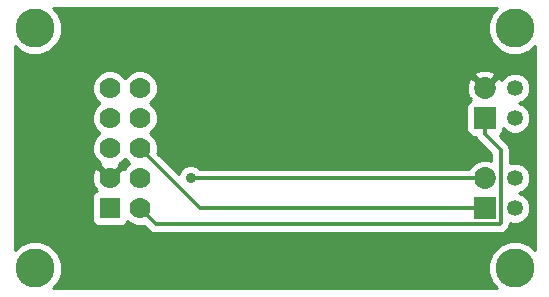
<source format=gbl>
G04 (created by PCBNEW-RS274X (2011-07-19)-testing) date Tue 10 Jan 2012 02:34:43 PM PST*
G01*
G70*
G90*
%MOIN*%
G04 Gerber Fmt 3.4, Leading zero omitted, Abs format*
%FSLAX34Y34*%
G04 APERTURE LIST*
%ADD10C,0.006000*%
%ADD11C,0.130000*%
%ADD12C,0.073000*%
%ADD13R,0.073000X0.073000*%
%ADD14C,0.053000*%
%ADD15R,0.070000X0.070000*%
%ADD16C,0.070000*%
%ADD17C,0.035000*%
%ADD18C,0.012000*%
%ADD19C,0.010000*%
G04 APERTURE END LIST*
G54D10*
G54D11*
X67000Y-21000D03*
X51000Y-21000D03*
X67000Y-29000D03*
X51000Y-29000D03*
G54D12*
X66000Y-23000D03*
G54D13*
X66000Y-24000D03*
G54D14*
X67000Y-24000D03*
X67000Y-23000D03*
G54D12*
X66000Y-26000D03*
G54D13*
X66000Y-27000D03*
G54D14*
X67000Y-27000D03*
X67000Y-26000D03*
G54D15*
X53500Y-27000D03*
G54D16*
X54500Y-27000D03*
X53500Y-26000D03*
X54500Y-26000D03*
X53500Y-25000D03*
X54500Y-25000D03*
X53500Y-24000D03*
X54500Y-24000D03*
X53500Y-23000D03*
X54500Y-23000D03*
G54D17*
X56194Y-26000D03*
G54D18*
X56500Y-27000D02*
X66000Y-27000D01*
X54500Y-25000D02*
X56500Y-27000D01*
X66000Y-26000D02*
X56194Y-26000D01*
X66528Y-25056D02*
X66000Y-24528D01*
X66528Y-27496D02*
X66528Y-25056D01*
X66495Y-27529D02*
X66528Y-27496D01*
X55029Y-27529D02*
X66495Y-27529D01*
X54500Y-27000D02*
X55029Y-27529D01*
X66000Y-24000D02*
X66000Y-24528D01*
G54D10*
G36*
X67675Y-28402D02*
X67515Y-28242D01*
X67515Y-27103D01*
X67515Y-26898D01*
X67437Y-26709D01*
X67292Y-26564D01*
X67138Y-26499D01*
X67291Y-26437D01*
X67436Y-26292D01*
X67515Y-26103D01*
X67515Y-25898D01*
X67437Y-25709D01*
X67292Y-25564D01*
X67103Y-25485D01*
X66898Y-25485D01*
X66838Y-25509D01*
X66838Y-25056D01*
X66814Y-24937D01*
X66747Y-24837D01*
X66747Y-24836D01*
X66492Y-24581D01*
X66506Y-24576D01*
X66576Y-24506D01*
X66614Y-24415D01*
X66614Y-24342D01*
X66708Y-24436D01*
X66897Y-24515D01*
X67102Y-24515D01*
X67291Y-24437D01*
X67436Y-24292D01*
X67515Y-24103D01*
X67515Y-23898D01*
X67437Y-23709D01*
X67292Y-23564D01*
X67138Y-23499D01*
X67291Y-23437D01*
X67436Y-23292D01*
X67515Y-23103D01*
X67515Y-22898D01*
X67437Y-22709D01*
X67292Y-22564D01*
X67103Y-22485D01*
X66898Y-22485D01*
X66709Y-22563D01*
X66564Y-22708D01*
X66550Y-22741D01*
X66525Y-22680D01*
X66424Y-22646D01*
X66354Y-22716D01*
X66354Y-22576D01*
X66320Y-22475D01*
X66095Y-22393D01*
X65856Y-22403D01*
X65680Y-22475D01*
X65646Y-22576D01*
X66000Y-22929D01*
X66354Y-22576D01*
X66354Y-22716D01*
X66071Y-23000D01*
X66000Y-23071D01*
X65929Y-23000D01*
X65894Y-22965D01*
X65576Y-22646D01*
X65475Y-22680D01*
X65393Y-22905D01*
X65403Y-23144D01*
X65475Y-23320D01*
X65522Y-23336D01*
X65487Y-23372D01*
X65525Y-23410D01*
X65494Y-23424D01*
X65424Y-23494D01*
X65386Y-23585D01*
X65386Y-23684D01*
X65386Y-24414D01*
X65424Y-24506D01*
X65494Y-24576D01*
X65585Y-24614D01*
X65684Y-24614D01*
X65707Y-24614D01*
X65714Y-24647D01*
X65781Y-24747D01*
X66218Y-25184D01*
X66218Y-25424D01*
X66123Y-25385D01*
X65878Y-25385D01*
X65652Y-25479D01*
X65479Y-25651D01*
X65462Y-25690D01*
X56485Y-25690D01*
X56435Y-25640D01*
X56279Y-25575D01*
X56110Y-25575D01*
X55954Y-25639D01*
X55834Y-25759D01*
X55793Y-25855D01*
X55086Y-25148D01*
X55099Y-25119D01*
X55099Y-24881D01*
X55008Y-24661D01*
X54847Y-24500D01*
X55008Y-24339D01*
X55099Y-24119D01*
X55099Y-23881D01*
X55008Y-23661D01*
X54847Y-23500D01*
X55008Y-23339D01*
X55099Y-23119D01*
X55099Y-22881D01*
X55008Y-22661D01*
X54839Y-22492D01*
X54619Y-22401D01*
X54381Y-22401D01*
X54161Y-22492D01*
X54000Y-22653D01*
X53839Y-22492D01*
X53619Y-22401D01*
X53381Y-22401D01*
X53161Y-22492D01*
X52992Y-22661D01*
X52901Y-22881D01*
X52901Y-23119D01*
X52992Y-23339D01*
X53153Y-23500D01*
X52992Y-23661D01*
X52901Y-23881D01*
X52901Y-24119D01*
X52992Y-24339D01*
X53153Y-24500D01*
X52992Y-24661D01*
X52901Y-24881D01*
X52901Y-25119D01*
X52992Y-25339D01*
X53161Y-25508D01*
X53180Y-25515D01*
X53157Y-25586D01*
X53500Y-25929D01*
X53843Y-25586D01*
X53819Y-25515D01*
X53839Y-25508D01*
X54000Y-25347D01*
X54153Y-25500D01*
X53992Y-25661D01*
X53984Y-25680D01*
X53914Y-25657D01*
X53606Y-25965D01*
X53571Y-26000D01*
X53500Y-26071D01*
X53429Y-26000D01*
X53394Y-25965D01*
X53086Y-25657D01*
X52987Y-25690D01*
X52907Y-25909D01*
X52918Y-26144D01*
X52987Y-26310D01*
X53033Y-26325D01*
X52998Y-26361D01*
X53056Y-26419D01*
X53009Y-26439D01*
X52939Y-26509D01*
X52901Y-26600D01*
X52901Y-26699D01*
X52901Y-27399D01*
X52939Y-27491D01*
X53009Y-27561D01*
X53100Y-27599D01*
X53199Y-27599D01*
X53899Y-27599D01*
X53991Y-27561D01*
X54061Y-27491D01*
X54085Y-27432D01*
X54161Y-27508D01*
X54381Y-27599D01*
X54619Y-27599D01*
X54648Y-27586D01*
X54810Y-27748D01*
X54910Y-27815D01*
X54911Y-27815D01*
X55029Y-27839D01*
X66495Y-27839D01*
X66613Y-27815D01*
X66614Y-27815D01*
X66714Y-27748D01*
X66747Y-27716D01*
X66747Y-27715D01*
X66814Y-27615D01*
X66837Y-27496D01*
X66838Y-27496D01*
X66838Y-27490D01*
X66897Y-27515D01*
X67102Y-27515D01*
X67291Y-27437D01*
X67436Y-27292D01*
X67515Y-27103D01*
X67515Y-28242D01*
X67511Y-28238D01*
X67180Y-28100D01*
X66822Y-28100D01*
X66491Y-28237D01*
X66238Y-28489D01*
X66100Y-28820D01*
X66100Y-29178D01*
X66237Y-29509D01*
X66402Y-29675D01*
X51597Y-29675D01*
X51762Y-29511D01*
X51900Y-29180D01*
X51900Y-28822D01*
X51763Y-28491D01*
X51511Y-28238D01*
X51180Y-28100D01*
X50822Y-28100D01*
X50491Y-28237D01*
X50325Y-28402D01*
X50325Y-21597D01*
X50489Y-21762D01*
X50820Y-21900D01*
X51178Y-21900D01*
X51509Y-21763D01*
X51762Y-21511D01*
X51900Y-21180D01*
X51900Y-20822D01*
X51763Y-20491D01*
X51597Y-20325D01*
X66402Y-20325D01*
X66238Y-20489D01*
X66100Y-20820D01*
X66100Y-21178D01*
X66237Y-21509D01*
X66489Y-21762D01*
X66820Y-21900D01*
X67178Y-21900D01*
X67509Y-21763D01*
X67675Y-21597D01*
X67675Y-28402D01*
X67675Y-28402D01*
G37*
G54D19*
X67675Y-28402D02*
X67515Y-28242D01*
X67515Y-27103D01*
X67515Y-26898D01*
X67437Y-26709D01*
X67292Y-26564D01*
X67138Y-26499D01*
X67291Y-26437D01*
X67436Y-26292D01*
X67515Y-26103D01*
X67515Y-25898D01*
X67437Y-25709D01*
X67292Y-25564D01*
X67103Y-25485D01*
X66898Y-25485D01*
X66838Y-25509D01*
X66838Y-25056D01*
X66814Y-24937D01*
X66747Y-24837D01*
X66747Y-24836D01*
X66492Y-24581D01*
X66506Y-24576D01*
X66576Y-24506D01*
X66614Y-24415D01*
X66614Y-24342D01*
X66708Y-24436D01*
X66897Y-24515D01*
X67102Y-24515D01*
X67291Y-24437D01*
X67436Y-24292D01*
X67515Y-24103D01*
X67515Y-23898D01*
X67437Y-23709D01*
X67292Y-23564D01*
X67138Y-23499D01*
X67291Y-23437D01*
X67436Y-23292D01*
X67515Y-23103D01*
X67515Y-22898D01*
X67437Y-22709D01*
X67292Y-22564D01*
X67103Y-22485D01*
X66898Y-22485D01*
X66709Y-22563D01*
X66564Y-22708D01*
X66550Y-22741D01*
X66525Y-22680D01*
X66424Y-22646D01*
X66354Y-22716D01*
X66354Y-22576D01*
X66320Y-22475D01*
X66095Y-22393D01*
X65856Y-22403D01*
X65680Y-22475D01*
X65646Y-22576D01*
X66000Y-22929D01*
X66354Y-22576D01*
X66354Y-22716D01*
X66071Y-23000D01*
X66000Y-23071D01*
X65929Y-23000D01*
X65894Y-22965D01*
X65576Y-22646D01*
X65475Y-22680D01*
X65393Y-22905D01*
X65403Y-23144D01*
X65475Y-23320D01*
X65522Y-23336D01*
X65487Y-23372D01*
X65525Y-23410D01*
X65494Y-23424D01*
X65424Y-23494D01*
X65386Y-23585D01*
X65386Y-23684D01*
X65386Y-24414D01*
X65424Y-24506D01*
X65494Y-24576D01*
X65585Y-24614D01*
X65684Y-24614D01*
X65707Y-24614D01*
X65714Y-24647D01*
X65781Y-24747D01*
X66218Y-25184D01*
X66218Y-25424D01*
X66123Y-25385D01*
X65878Y-25385D01*
X65652Y-25479D01*
X65479Y-25651D01*
X65462Y-25690D01*
X56485Y-25690D01*
X56435Y-25640D01*
X56279Y-25575D01*
X56110Y-25575D01*
X55954Y-25639D01*
X55834Y-25759D01*
X55793Y-25855D01*
X55086Y-25148D01*
X55099Y-25119D01*
X55099Y-24881D01*
X55008Y-24661D01*
X54847Y-24500D01*
X55008Y-24339D01*
X55099Y-24119D01*
X55099Y-23881D01*
X55008Y-23661D01*
X54847Y-23500D01*
X55008Y-23339D01*
X55099Y-23119D01*
X55099Y-22881D01*
X55008Y-22661D01*
X54839Y-22492D01*
X54619Y-22401D01*
X54381Y-22401D01*
X54161Y-22492D01*
X54000Y-22653D01*
X53839Y-22492D01*
X53619Y-22401D01*
X53381Y-22401D01*
X53161Y-22492D01*
X52992Y-22661D01*
X52901Y-22881D01*
X52901Y-23119D01*
X52992Y-23339D01*
X53153Y-23500D01*
X52992Y-23661D01*
X52901Y-23881D01*
X52901Y-24119D01*
X52992Y-24339D01*
X53153Y-24500D01*
X52992Y-24661D01*
X52901Y-24881D01*
X52901Y-25119D01*
X52992Y-25339D01*
X53161Y-25508D01*
X53180Y-25515D01*
X53157Y-25586D01*
X53500Y-25929D01*
X53843Y-25586D01*
X53819Y-25515D01*
X53839Y-25508D01*
X54000Y-25347D01*
X54153Y-25500D01*
X53992Y-25661D01*
X53984Y-25680D01*
X53914Y-25657D01*
X53606Y-25965D01*
X53571Y-26000D01*
X53500Y-26071D01*
X53429Y-26000D01*
X53394Y-25965D01*
X53086Y-25657D01*
X52987Y-25690D01*
X52907Y-25909D01*
X52918Y-26144D01*
X52987Y-26310D01*
X53033Y-26325D01*
X52998Y-26361D01*
X53056Y-26419D01*
X53009Y-26439D01*
X52939Y-26509D01*
X52901Y-26600D01*
X52901Y-26699D01*
X52901Y-27399D01*
X52939Y-27491D01*
X53009Y-27561D01*
X53100Y-27599D01*
X53199Y-27599D01*
X53899Y-27599D01*
X53991Y-27561D01*
X54061Y-27491D01*
X54085Y-27432D01*
X54161Y-27508D01*
X54381Y-27599D01*
X54619Y-27599D01*
X54648Y-27586D01*
X54810Y-27748D01*
X54910Y-27815D01*
X54911Y-27815D01*
X55029Y-27839D01*
X66495Y-27839D01*
X66613Y-27815D01*
X66614Y-27815D01*
X66714Y-27748D01*
X66747Y-27716D01*
X66747Y-27715D01*
X66814Y-27615D01*
X66837Y-27496D01*
X66838Y-27496D01*
X66838Y-27490D01*
X66897Y-27515D01*
X67102Y-27515D01*
X67291Y-27437D01*
X67436Y-27292D01*
X67515Y-27103D01*
X67515Y-28242D01*
X67511Y-28238D01*
X67180Y-28100D01*
X66822Y-28100D01*
X66491Y-28237D01*
X66238Y-28489D01*
X66100Y-28820D01*
X66100Y-29178D01*
X66237Y-29509D01*
X66402Y-29675D01*
X51597Y-29675D01*
X51762Y-29511D01*
X51900Y-29180D01*
X51900Y-28822D01*
X51763Y-28491D01*
X51511Y-28238D01*
X51180Y-28100D01*
X50822Y-28100D01*
X50491Y-28237D01*
X50325Y-28402D01*
X50325Y-21597D01*
X50489Y-21762D01*
X50820Y-21900D01*
X51178Y-21900D01*
X51509Y-21763D01*
X51762Y-21511D01*
X51900Y-21180D01*
X51900Y-20822D01*
X51763Y-20491D01*
X51597Y-20325D01*
X66402Y-20325D01*
X66238Y-20489D01*
X66100Y-20820D01*
X66100Y-21178D01*
X66237Y-21509D01*
X66489Y-21762D01*
X66820Y-21900D01*
X67178Y-21900D01*
X67509Y-21763D01*
X67675Y-21597D01*
X67675Y-28402D01*
M02*

</source>
